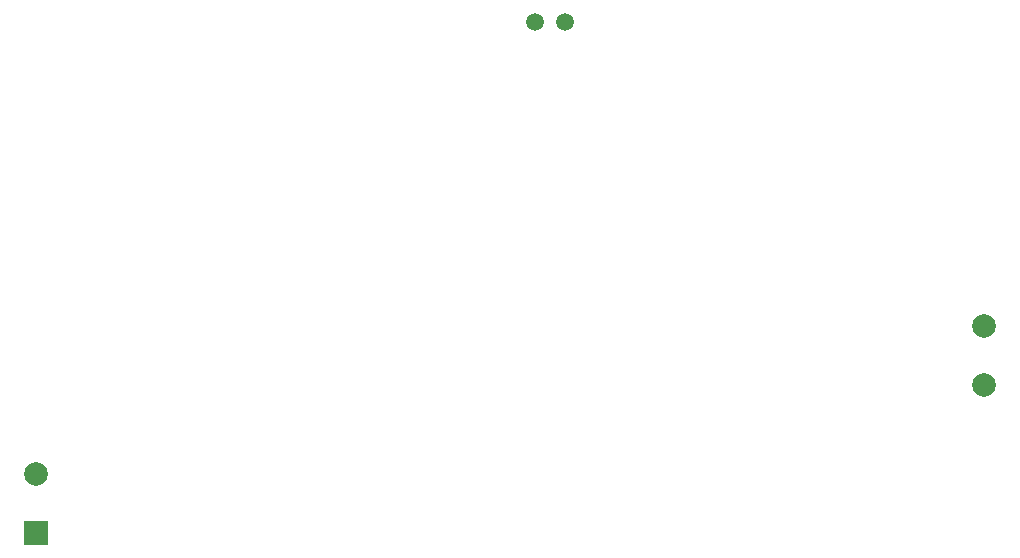
<source format=gbr>
%TF.GenerationSoftware,KiCad,Pcbnew,(5.99.0-10355-gafe0c79a1e)*%
%TF.CreationDate,2021-05-03T14:32:18+02:00*%
%TF.ProjectId,orgel,6f726765-6c2e-46b6-9963-61645f706362,rev?*%
%TF.SameCoordinates,Original*%
%TF.FileFunction,Soldermask,Bot*%
%TF.FilePolarity,Negative*%
%FSLAX46Y46*%
G04 Gerber Fmt 4.6, Leading zero omitted, Abs format (unit mm)*
G04 Created by KiCad (PCBNEW (5.99.0-10355-gafe0c79a1e)) date 2021-05-03 14:32:18*
%MOMM*%
%LPD*%
G01*
G04 APERTURE LIST*
%ADD10C,1.500000*%
%ADD11R,2.000000X2.000000*%
%ADD12C,2.000000*%
G04 APERTURE END LIST*
D10*
%TO.C,CON1*%
X127850000Y-85475000D03*
X130390000Y-85475000D03*
%TD*%
D11*
%TO.C,J2*%
X85630000Y-128700000D03*
D12*
X85630000Y-123700000D03*
%TD*%
%TO.C,J1*%
X165900000Y-111190000D03*
X165900000Y-116190000D03*
%TD*%
M02*

</source>
